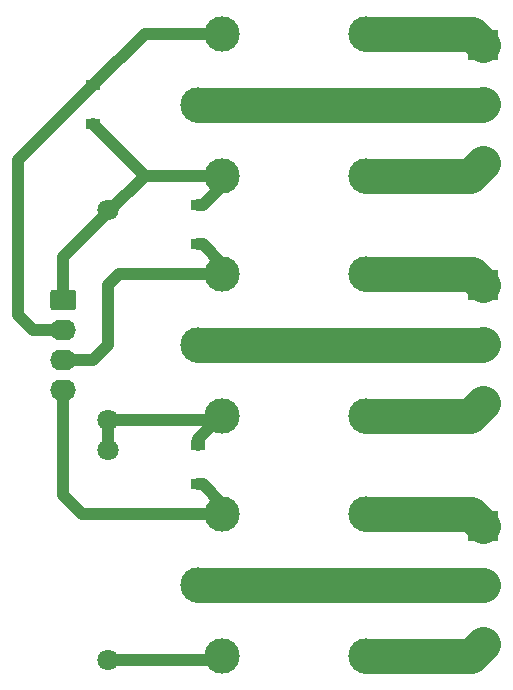
<source format=gbr>
%TF.GenerationSoftware,KiCad,Pcbnew,5.1.10-88a1d61d58~90~ubuntu20.04.1*%
%TF.CreationDate,2023-02-05T19:12:27+01:00*%
%TF.ProjectId,zvire-vetrnik-relays,7a766972-652d-4766-9574-726e696b2d72,rev?*%
%TF.SameCoordinates,PX48ab840PY791ddc0*%
%TF.FileFunction,Copper,L2,Bot*%
%TF.FilePolarity,Positive*%
%FSLAX46Y46*%
G04 Gerber Fmt 4.6, Leading zero omitted, Abs format (unit mm)*
G04 Created by KiCad (PCBNEW 5.1.10-88a1d61d58~90~ubuntu20.04.1) date 2023-02-05 19:12:27*
%MOMM*%
%LPD*%
G01*
G04 APERTURE LIST*
%TA.AperFunction,ComponentPad*%
%ADD10C,3.000000*%
%TD*%
%TA.AperFunction,ComponentPad*%
%ADD11C,2.600000*%
%TD*%
%TA.AperFunction,ComponentPad*%
%ADD12R,2.600000X2.600000*%
%TD*%
%TA.AperFunction,ComponentPad*%
%ADD13O,2.190000X1.740000*%
%TD*%
%TA.AperFunction,SMDPad,CuDef*%
%ADD14R,1.200000X0.900000*%
%TD*%
%TA.AperFunction,ViaPad*%
%ADD15C,1.800000*%
%TD*%
%TA.AperFunction,Conductor*%
%ADD16C,1.000000*%
%TD*%
%TA.AperFunction,Conductor*%
%ADD17C,3.000000*%
%TD*%
G04 APERTURE END LIST*
D10*
%TO.P,K3,11*%
%TO.N,Net-(J4-Pad2)*%
X17780000Y16510000D03*
%TO.P,K3,A2*%
%TO.N,Net-(D3-Pad2)*%
X19780000Y22510000D03*
%TO.P,K3,12*%
%TO.N,Net-(J4-Pad1)*%
X31980000Y22510000D03*
%TO.P,K3,14*%
%TO.N,Net-(J4-Pad3)*%
X31980000Y10510000D03*
%TO.P,K3,A1*%
%TO.N,VCC*%
X19780000Y10510000D03*
%TD*%
%TO.P,K2,11*%
%TO.N,Net-(J3-Pad2)*%
X17780000Y36830000D03*
%TO.P,K2,A2*%
%TO.N,Net-(D2-Pad2)*%
X19780000Y42830000D03*
%TO.P,K2,12*%
%TO.N,Net-(J3-Pad1)*%
X31980000Y42830000D03*
%TO.P,K2,14*%
%TO.N,Net-(J3-Pad3)*%
X31980000Y30830000D03*
%TO.P,K2,A1*%
%TO.N,VCC*%
X19780000Y30830000D03*
%TD*%
%TO.P,K1,11*%
%TO.N,Net-(J2-Pad2)*%
X17780000Y57150000D03*
%TO.P,K1,A2*%
%TO.N,Net-(D1-Pad2)*%
X19780000Y63150000D03*
%TO.P,K1,12*%
%TO.N,Net-(J2-Pad1)*%
X31980000Y63150000D03*
%TO.P,K1,14*%
%TO.N,Net-(J2-Pad3)*%
X31980000Y51150000D03*
%TO.P,K1,A1*%
%TO.N,VCC*%
X19780000Y51150000D03*
%TD*%
D11*
%TO.P,J4,3*%
%TO.N,Net-(J4-Pad3)*%
X41910000Y11510000D03*
%TO.P,J4,2*%
%TO.N,Net-(J4-Pad2)*%
X41910000Y16510000D03*
D12*
%TO.P,J4,1*%
%TO.N,Net-(J4-Pad1)*%
X41910000Y21510000D03*
%TD*%
D11*
%TO.P,J3,3*%
%TO.N,Net-(J3-Pad3)*%
X41910000Y31910000D03*
%TO.P,J3,2*%
%TO.N,Net-(J3-Pad2)*%
X41910000Y36910000D03*
D12*
%TO.P,J3,1*%
%TO.N,Net-(J3-Pad1)*%
X41910000Y41910000D03*
%TD*%
D11*
%TO.P,J2,3*%
%TO.N,Net-(J2-Pad3)*%
X41910000Y52230000D03*
%TO.P,J2,2*%
%TO.N,Net-(J2-Pad2)*%
X41910000Y57230000D03*
D12*
%TO.P,J2,1*%
%TO.N,Net-(J2-Pad1)*%
X41910000Y62230000D03*
%TD*%
D13*
%TO.P,J1,4*%
%TO.N,Net-(D3-Pad2)*%
X6350000Y33020000D03*
%TO.P,J1,3*%
%TO.N,Net-(D2-Pad2)*%
X6350000Y35560000D03*
%TO.P,J1,2*%
%TO.N,Net-(D1-Pad2)*%
X6350000Y38100000D03*
%TO.P,J1,1*%
%TO.N,VCC*%
%TA.AperFunction,ComponentPad*%
G36*
G01*
X5504999Y41510000D02*
X7195001Y41510000D01*
G75*
G02*
X7445000Y41260001I0J-249999D01*
G01*
X7445000Y40019999D01*
G75*
G02*
X7195001Y39770000I-249999J0D01*
G01*
X5504999Y39770000D01*
G75*
G02*
X5255000Y40019999I0J249999D01*
G01*
X5255000Y41260001D01*
G75*
G02*
X5504999Y41510000I249999J0D01*
G01*
G37*
%TD.AperFunction*%
%TD*%
D14*
%TO.P,D3,2*%
%TO.N,Net-(D3-Pad2)*%
X17780000Y25020000D03*
%TO.P,D3,1*%
%TO.N,VCC*%
X17780000Y28320000D03*
%TD*%
%TO.P,D2,2*%
%TO.N,Net-(D2-Pad2)*%
X17780000Y45340000D03*
%TO.P,D2,1*%
%TO.N,VCC*%
X17780000Y48640000D03*
%TD*%
%TO.P,D1,2*%
%TO.N,Net-(D1-Pad2)*%
X8890000Y58800000D03*
%TO.P,D1,1*%
%TO.N,VCC*%
X8890000Y55500000D03*
%TD*%
D15*
%TO.N,VCC*%
X10160000Y48260000D03*
X10160000Y30480000D03*
X10160000Y27940000D03*
X10160000Y10160000D03*
%TD*%
D16*
%TO.N,Net-(D1-Pad2)*%
X13240000Y63150000D02*
X8890000Y58800000D01*
X19780000Y63150000D02*
X13240000Y63150000D01*
X8890000Y58800000D02*
X2540000Y52450000D01*
X2540000Y52450000D02*
X2540000Y39370000D01*
X3810000Y38100000D02*
X6350000Y38100000D01*
X2540000Y39370000D02*
X3810000Y38100000D01*
%TO.N,VCC*%
X13240000Y51150000D02*
X8890000Y55500000D01*
X19780000Y51150000D02*
X13240000Y51150000D01*
X6350000Y43180000D02*
X6350000Y44260000D01*
X6350000Y40640000D02*
X6350000Y43180000D01*
X17780000Y48640000D02*
X18160000Y48640000D01*
X19780000Y50260000D02*
X19780000Y51150000D01*
X18160000Y48640000D02*
X19780000Y50260000D01*
X17780000Y28830000D02*
X19780000Y30830000D01*
X17780000Y28320000D02*
X17780000Y28830000D01*
X10255000Y48165000D02*
X10160000Y48260000D01*
X6350000Y44260000D02*
X10255000Y48165000D01*
X10255000Y48165000D02*
X13240000Y51150000D01*
X19430000Y30480000D02*
X19780000Y30830000D01*
X10160000Y30480000D02*
X19430000Y30480000D01*
X10160000Y30480000D02*
X10160000Y27940000D01*
X19430000Y10160000D02*
X19780000Y10510000D01*
X10160000Y10160000D02*
X19430000Y10160000D01*
%TO.N,Net-(D2-Pad2)*%
X6350000Y35560000D02*
X8890000Y35560000D01*
X8890000Y35560000D02*
X10160000Y36830000D01*
X10160000Y36830000D02*
X10160000Y41910000D01*
X11080000Y42830000D02*
X19780000Y42830000D01*
X10160000Y41910000D02*
X11080000Y42830000D01*
X17780000Y45340000D02*
X18160000Y45340000D01*
X19780000Y43720000D02*
X19780000Y42830000D01*
X18160000Y45340000D02*
X19780000Y43720000D01*
%TO.N,Net-(D3-Pad2)*%
X17780000Y25020000D02*
X18160000Y25020000D01*
X19780000Y23400000D02*
X19780000Y22510000D01*
X18160000Y25020000D02*
X19780000Y23400000D01*
X6350000Y30480000D02*
X6350000Y33020000D01*
X6350000Y24130000D02*
X6350000Y30480000D01*
X7970000Y22510000D02*
X6350000Y24130000D01*
X19780000Y22510000D02*
X7970000Y22510000D01*
D17*
%TO.N,Net-(J2-Pad3)*%
X40830000Y51150000D02*
X41910000Y52230000D01*
X31980000Y51150000D02*
X40830000Y51150000D01*
%TO.N,Net-(J2-Pad2)*%
X41830000Y57150000D02*
X41910000Y57230000D01*
X17780000Y57150000D02*
X41830000Y57150000D01*
%TO.N,Net-(J2-Pad1)*%
X40990000Y63150000D02*
X41910000Y62230000D01*
X31980000Y63150000D02*
X40990000Y63150000D01*
%TO.N,Net-(J3-Pad3)*%
X40830000Y30830000D02*
X41910000Y31910000D01*
X31980000Y30830000D02*
X40830000Y30830000D01*
%TO.N,Net-(J3-Pad2)*%
X41830000Y36830000D02*
X41910000Y36910000D01*
X17780000Y36830000D02*
X41830000Y36830000D01*
%TO.N,Net-(J3-Pad1)*%
X40990000Y42830000D02*
X41910000Y41910000D01*
X31980000Y42830000D02*
X40990000Y42830000D01*
%TO.N,Net-(J4-Pad3)*%
X40910000Y10510000D02*
X41910000Y11510000D01*
X31980000Y10510000D02*
X40910000Y10510000D01*
%TO.N,Net-(J4-Pad2)*%
X17780000Y16510000D02*
X41910000Y16510000D01*
%TO.N,Net-(J4-Pad1)*%
X40910000Y22510000D02*
X41910000Y21510000D01*
X31980000Y22510000D02*
X40910000Y22510000D01*
%TD*%
M02*

</source>
